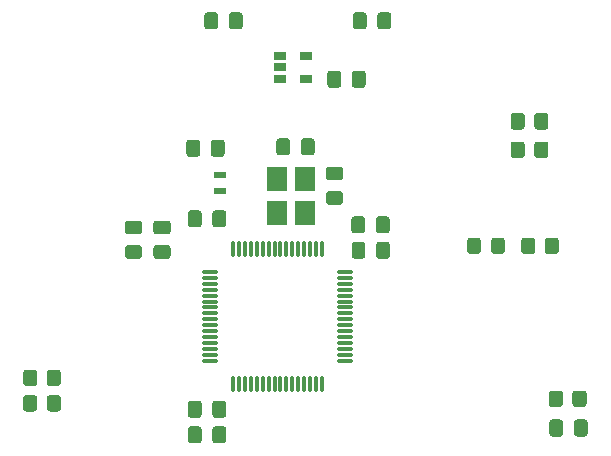
<source format=gtp>
G04 #@! TF.GenerationSoftware,KiCad,Pcbnew,(5.1.8)-1*
G04 #@! TF.CreationDate,2021-07-24T22:41:55-07:00*
G04 #@! TF.ProjectId,MSP430 Breakout,4d535034-3330-4204-9272-65616b6f7574,rev?*
G04 #@! TF.SameCoordinates,Original*
G04 #@! TF.FileFunction,Paste,Top*
G04 #@! TF.FilePolarity,Positive*
%FSLAX46Y46*%
G04 Gerber Fmt 4.6, Leading zero omitted, Abs format (unit mm)*
G04 Created by KiCad (PCBNEW (5.1.8)-1) date 2021-07-24 22:41:55*
%MOMM*%
%LPD*%
G01*
G04 APERTURE LIST*
%ADD10O,0.299999X1.450000*%
%ADD11O,1.450000X0.299999*%
%ADD12R,1.060000X0.650000*%
%ADD13R,1.800000X2.100000*%
%ADD14R,1.100000X0.600000*%
G04 APERTURE END LIST*
G36*
G01*
X155034000Y-76004000D02*
X154084000Y-76004000D01*
G75*
G02*
X153834000Y-75754000I0J250000D01*
G01*
X153834000Y-75079000D01*
G75*
G02*
X154084000Y-74829000I250000J0D01*
G01*
X155034000Y-74829000D01*
G75*
G02*
X155284000Y-75079000I0J-250000D01*
G01*
X155284000Y-75754000D01*
G75*
G02*
X155034000Y-76004000I-250000J0D01*
G01*
G37*
G36*
G01*
X155034000Y-78079000D02*
X154084000Y-78079000D01*
G75*
G02*
X153834000Y-77829000I0J250000D01*
G01*
X153834000Y-77154000D01*
G75*
G02*
X154084000Y-76904000I250000J0D01*
G01*
X155034000Y-76904000D01*
G75*
G02*
X155284000Y-77154000I0J-250000D01*
G01*
X155284000Y-77829000D01*
G75*
G02*
X155034000Y-78079000I-250000J0D01*
G01*
G37*
D10*
X145983000Y-81778000D03*
X146482999Y-81778000D03*
X146983000Y-81778000D03*
X147482999Y-81778000D03*
X147983001Y-81778000D03*
X148483000Y-81778000D03*
X148982999Y-81778000D03*
X149483000Y-81778000D03*
X149983000Y-81778000D03*
X150483001Y-81778000D03*
X150983000Y-81778000D03*
X151482999Y-81778000D03*
X151983001Y-81778000D03*
X152483000Y-81778000D03*
X152983001Y-81778000D03*
X153483000Y-81778000D03*
D11*
X155458000Y-83753000D03*
X155458000Y-84252999D03*
X155458000Y-84753000D03*
X155458000Y-85252999D03*
X155458000Y-85753001D03*
X155458000Y-86253000D03*
X155458000Y-86752999D03*
X155458000Y-87253000D03*
X155458000Y-87753000D03*
X155458000Y-88253001D03*
X155458000Y-88753000D03*
X155458000Y-89252999D03*
X155458000Y-89753001D03*
X155458000Y-90253000D03*
X155458000Y-90753001D03*
X155458000Y-91253000D03*
D10*
X153483000Y-93228000D03*
X152983001Y-93228000D03*
X152483000Y-93228000D03*
X151983001Y-93228000D03*
X151482999Y-93228000D03*
X150983000Y-93228000D03*
X150483001Y-93228000D03*
X149983000Y-93228000D03*
X149483000Y-93228000D03*
X148982999Y-93228000D03*
X148483000Y-93228000D03*
X147983001Y-93228000D03*
X147482999Y-93228000D03*
X146983000Y-93228000D03*
X146482999Y-93228000D03*
X145983000Y-93228000D03*
D11*
X144008000Y-91253000D03*
X144008000Y-90753001D03*
X144008000Y-90253000D03*
X144008000Y-89753001D03*
X144008000Y-89252999D03*
X144008000Y-88753000D03*
X144008000Y-88253001D03*
X144008000Y-87753000D03*
X144008000Y-87253000D03*
X144008000Y-86752999D03*
X144008000Y-86253000D03*
X144008000Y-85753001D03*
X144008000Y-85252999D03*
X144008000Y-84753000D03*
X144008000Y-84252999D03*
X144008000Y-83753000D03*
G36*
G01*
X142012000Y-73754000D02*
X142012000Y-72804000D01*
G75*
G02*
X142262000Y-72554000I250000J0D01*
G01*
X142937000Y-72554000D01*
G75*
G02*
X143187000Y-72804000I0J-250000D01*
G01*
X143187000Y-73754000D01*
G75*
G02*
X142937000Y-74004000I-250000J0D01*
G01*
X142262000Y-74004000D01*
G75*
G02*
X142012000Y-73754000I0J250000D01*
G01*
G37*
G36*
G01*
X144087000Y-73754000D02*
X144087000Y-72804000D01*
G75*
G02*
X144337000Y-72554000I250000J0D01*
G01*
X145012000Y-72554000D01*
G75*
G02*
X145262000Y-72804000I0J-250000D01*
G01*
X145262000Y-73754000D01*
G75*
G02*
X145012000Y-74004000I-250000J0D01*
G01*
X144337000Y-74004000D01*
G75*
G02*
X144087000Y-73754000I0J250000D01*
G01*
G37*
G36*
G01*
X144214000Y-79723000D02*
X144214000Y-78773000D01*
G75*
G02*
X144464000Y-78523000I250000J0D01*
G01*
X145139000Y-78523000D01*
G75*
G02*
X145389000Y-78773000I0J-250000D01*
G01*
X145389000Y-79723000D01*
G75*
G02*
X145139000Y-79973000I-250000J0D01*
G01*
X144464000Y-79973000D01*
G75*
G02*
X144214000Y-79723000I0J250000D01*
G01*
G37*
G36*
G01*
X142139000Y-79723000D02*
X142139000Y-78773000D01*
G75*
G02*
X142389000Y-78523000I250000J0D01*
G01*
X143064000Y-78523000D01*
G75*
G02*
X143314000Y-78773000I0J-250000D01*
G01*
X143314000Y-79723000D01*
G75*
G02*
X143064000Y-79973000I-250000J0D01*
G01*
X142389000Y-79973000D01*
G75*
G02*
X142139000Y-79723000I0J250000D01*
G01*
G37*
G36*
G01*
X138016000Y-80576000D02*
X137066000Y-80576000D01*
G75*
G02*
X136816000Y-80326000I0J250000D01*
G01*
X136816000Y-79651000D01*
G75*
G02*
X137066000Y-79401000I250000J0D01*
G01*
X138016000Y-79401000D01*
G75*
G02*
X138266000Y-79651000I0J-250000D01*
G01*
X138266000Y-80326000D01*
G75*
G02*
X138016000Y-80576000I-250000J0D01*
G01*
G37*
G36*
G01*
X138016000Y-82651000D02*
X137066000Y-82651000D01*
G75*
G02*
X136816000Y-82401000I0J250000D01*
G01*
X136816000Y-81726000D01*
G75*
G02*
X137066000Y-81476000I250000J0D01*
G01*
X138016000Y-81476000D01*
G75*
G02*
X138266000Y-81726000I0J-250000D01*
G01*
X138266000Y-82401000D01*
G75*
G02*
X138016000Y-82651000I-250000J0D01*
G01*
G37*
G36*
G01*
X157157000Y-79281000D02*
X157157000Y-80231000D01*
G75*
G02*
X156907000Y-80481000I-250000J0D01*
G01*
X156232000Y-80481000D01*
G75*
G02*
X155982000Y-80231000I0J250000D01*
G01*
X155982000Y-79281000D01*
G75*
G02*
X156232000Y-79031000I250000J0D01*
G01*
X156907000Y-79031000D01*
G75*
G02*
X157157000Y-79281000I0J-250000D01*
G01*
G37*
G36*
G01*
X159232000Y-79281000D02*
X159232000Y-80231000D01*
G75*
G02*
X158982000Y-80481000I-250000J0D01*
G01*
X158307000Y-80481000D01*
G75*
G02*
X158057000Y-80231000I0J250000D01*
G01*
X158057000Y-79281000D01*
G75*
G02*
X158307000Y-79031000I250000J0D01*
G01*
X158982000Y-79031000D01*
G75*
G02*
X159232000Y-79281000I0J-250000D01*
G01*
G37*
G36*
G01*
X144214000Y-98011000D02*
X144214000Y-97061000D01*
G75*
G02*
X144464000Y-96811000I250000J0D01*
G01*
X145139000Y-96811000D01*
G75*
G02*
X145389000Y-97061000I0J-250000D01*
G01*
X145389000Y-98011000D01*
G75*
G02*
X145139000Y-98261000I-250000J0D01*
G01*
X144464000Y-98261000D01*
G75*
G02*
X144214000Y-98011000I0J250000D01*
G01*
G37*
G36*
G01*
X142139000Y-98011000D02*
X142139000Y-97061000D01*
G75*
G02*
X142389000Y-96811000I250000J0D01*
G01*
X143064000Y-96811000D01*
G75*
G02*
X143314000Y-97061000I0J-250000D01*
G01*
X143314000Y-98011000D01*
G75*
G02*
X143064000Y-98261000I-250000J0D01*
G01*
X142389000Y-98261000D01*
G75*
G02*
X142139000Y-98011000I0J250000D01*
G01*
G37*
G36*
G01*
X149632000Y-73627000D02*
X149632000Y-72677000D01*
G75*
G02*
X149882000Y-72427000I250000J0D01*
G01*
X150557000Y-72427000D01*
G75*
G02*
X150807000Y-72677000I0J-250000D01*
G01*
X150807000Y-73627000D01*
G75*
G02*
X150557000Y-73877000I-250000J0D01*
G01*
X149882000Y-73877000D01*
G75*
G02*
X149632000Y-73627000I0J250000D01*
G01*
G37*
G36*
G01*
X151707000Y-73627000D02*
X151707000Y-72677000D01*
G75*
G02*
X151957000Y-72427000I250000J0D01*
G01*
X152632000Y-72427000D01*
G75*
G02*
X152882000Y-72677000I0J-250000D01*
G01*
X152882000Y-73627000D01*
G75*
G02*
X152632000Y-73877000I-250000J0D01*
G01*
X151957000Y-73877000D01*
G75*
G02*
X151707000Y-73627000I0J250000D01*
G01*
G37*
G36*
G01*
X140429000Y-82651000D02*
X139479000Y-82651000D01*
G75*
G02*
X139229000Y-82401000I0J250000D01*
G01*
X139229000Y-81726000D01*
G75*
G02*
X139479000Y-81476000I250000J0D01*
G01*
X140429000Y-81476000D01*
G75*
G02*
X140679000Y-81726000I0J-250000D01*
G01*
X140679000Y-82401000D01*
G75*
G02*
X140429000Y-82651000I-250000J0D01*
G01*
G37*
G36*
G01*
X140429000Y-80576000D02*
X139479000Y-80576000D01*
G75*
G02*
X139229000Y-80326000I0J250000D01*
G01*
X139229000Y-79651000D01*
G75*
G02*
X139479000Y-79401000I250000J0D01*
G01*
X140429000Y-79401000D01*
G75*
G02*
X140679000Y-79651000I0J-250000D01*
G01*
X140679000Y-80326000D01*
G75*
G02*
X140429000Y-80576000I-250000J0D01*
G01*
G37*
G36*
G01*
X159253500Y-81440000D02*
X159253500Y-82390000D01*
G75*
G02*
X159003500Y-82640000I-250000J0D01*
G01*
X158328500Y-82640000D01*
G75*
G02*
X158078500Y-82390000I0J250000D01*
G01*
X158078500Y-81440000D01*
G75*
G02*
X158328500Y-81190000I250000J0D01*
G01*
X159003500Y-81190000D01*
G75*
G02*
X159253500Y-81440000I0J-250000D01*
G01*
G37*
G36*
G01*
X157178500Y-81440000D02*
X157178500Y-82390000D01*
G75*
G02*
X156928500Y-82640000I-250000J0D01*
G01*
X156253500Y-82640000D01*
G75*
G02*
X156003500Y-82390000I0J250000D01*
G01*
X156003500Y-81440000D01*
G75*
G02*
X156253500Y-81190000I250000J0D01*
G01*
X156928500Y-81190000D01*
G75*
G02*
X157178500Y-81440000I0J-250000D01*
G01*
G37*
G36*
G01*
X142139000Y-95852000D02*
X142139000Y-94902000D01*
G75*
G02*
X142389000Y-94652000I250000J0D01*
G01*
X143064000Y-94652000D01*
G75*
G02*
X143314000Y-94902000I0J-250000D01*
G01*
X143314000Y-95852000D01*
G75*
G02*
X143064000Y-96102000I-250000J0D01*
G01*
X142389000Y-96102000D01*
G75*
G02*
X142139000Y-95852000I0J250000D01*
G01*
G37*
G36*
G01*
X144214000Y-95852000D02*
X144214000Y-94902000D01*
G75*
G02*
X144464000Y-94652000I250000J0D01*
G01*
X145139000Y-94652000D01*
G75*
G02*
X145389000Y-94902000I0J-250000D01*
G01*
X145389000Y-95852000D01*
G75*
G02*
X145139000Y-96102000I-250000J0D01*
G01*
X144464000Y-96102000D01*
G75*
G02*
X144214000Y-95852000I0J250000D01*
G01*
G37*
G36*
G01*
X145611000Y-62959000D02*
X145611000Y-62009000D01*
G75*
G02*
X145861000Y-61759000I250000J0D01*
G01*
X146536000Y-61759000D01*
G75*
G02*
X146786000Y-62009000I0J-250000D01*
G01*
X146786000Y-62959000D01*
G75*
G02*
X146536000Y-63209000I-250000J0D01*
G01*
X145861000Y-63209000D01*
G75*
G02*
X145611000Y-62959000I0J250000D01*
G01*
G37*
G36*
G01*
X143536000Y-62959000D02*
X143536000Y-62009000D01*
G75*
G02*
X143786000Y-61759000I250000J0D01*
G01*
X144461000Y-61759000D01*
G75*
G02*
X144711000Y-62009000I0J-250000D01*
G01*
X144711000Y-62959000D01*
G75*
G02*
X144461000Y-63209000I-250000J0D01*
G01*
X143786000Y-63209000D01*
G75*
G02*
X143536000Y-62959000I0J250000D01*
G01*
G37*
G36*
G01*
X172746000Y-97439500D02*
X172746000Y-96489500D01*
G75*
G02*
X172996000Y-96239500I250000J0D01*
G01*
X173671000Y-96239500D01*
G75*
G02*
X173921000Y-96489500I0J-250000D01*
G01*
X173921000Y-97439500D01*
G75*
G02*
X173671000Y-97689500I-250000J0D01*
G01*
X172996000Y-97689500D01*
G75*
G02*
X172746000Y-97439500I0J250000D01*
G01*
G37*
G36*
G01*
X174821000Y-97439500D02*
X174821000Y-96489500D01*
G75*
G02*
X175071000Y-96239500I250000J0D01*
G01*
X175746000Y-96239500D01*
G75*
G02*
X175996000Y-96489500I0J-250000D01*
G01*
X175996000Y-97439500D01*
G75*
G02*
X175746000Y-97689500I-250000J0D01*
G01*
X175071000Y-97689500D01*
G75*
G02*
X174821000Y-97439500I0J250000D01*
G01*
G37*
G36*
G01*
X156109000Y-62959000D02*
X156109000Y-62009000D01*
G75*
G02*
X156359000Y-61759000I250000J0D01*
G01*
X157034000Y-61759000D01*
G75*
G02*
X157284000Y-62009000I0J-250000D01*
G01*
X157284000Y-62959000D01*
G75*
G02*
X157034000Y-63209000I-250000J0D01*
G01*
X156359000Y-63209000D01*
G75*
G02*
X156109000Y-62959000I0J250000D01*
G01*
G37*
G36*
G01*
X158184000Y-62959000D02*
X158184000Y-62009000D01*
G75*
G02*
X158434000Y-61759000I250000J0D01*
G01*
X159109000Y-61759000D01*
G75*
G02*
X159359000Y-62009000I0J-250000D01*
G01*
X159359000Y-62959000D01*
G75*
G02*
X159109000Y-63209000I-250000J0D01*
G01*
X158434000Y-63209000D01*
G75*
G02*
X158184000Y-62959000I0J250000D01*
G01*
G37*
G36*
G01*
X156025000Y-67912000D02*
X156025000Y-66962000D01*
G75*
G02*
X156275000Y-66712000I250000J0D01*
G01*
X156950000Y-66712000D01*
G75*
G02*
X157200000Y-66962000I0J-250000D01*
G01*
X157200000Y-67912000D01*
G75*
G02*
X156950000Y-68162000I-250000J0D01*
G01*
X156275000Y-68162000D01*
G75*
G02*
X156025000Y-67912000I0J250000D01*
G01*
G37*
G36*
G01*
X153950000Y-67912000D02*
X153950000Y-66962000D01*
G75*
G02*
X154200000Y-66712000I250000J0D01*
G01*
X154875000Y-66712000D01*
G75*
G02*
X155125000Y-66962000I0J-250000D01*
G01*
X155125000Y-67912000D01*
G75*
G02*
X154875000Y-68162000I-250000J0D01*
G01*
X154200000Y-68162000D01*
G75*
G02*
X153950000Y-67912000I0J250000D01*
G01*
G37*
G36*
G01*
X169469000Y-73856001D02*
X169469000Y-72955999D01*
G75*
G02*
X169718999Y-72706000I249999J0D01*
G01*
X170419001Y-72706000D01*
G75*
G02*
X170669000Y-72955999I0J-249999D01*
G01*
X170669000Y-73856001D01*
G75*
G02*
X170419001Y-74106000I-249999J0D01*
G01*
X169718999Y-74106000D01*
G75*
G02*
X169469000Y-73856001I0J249999D01*
G01*
G37*
G36*
G01*
X171469000Y-73856001D02*
X171469000Y-72955999D01*
G75*
G02*
X171718999Y-72706000I249999J0D01*
G01*
X172419001Y-72706000D01*
G75*
G02*
X172669000Y-72955999I0J-249999D01*
G01*
X172669000Y-73856001D01*
G75*
G02*
X172419001Y-74106000I-249999J0D01*
G01*
X171718999Y-74106000D01*
G75*
G02*
X171469000Y-73856001I0J249999D01*
G01*
G37*
G36*
G01*
X171469000Y-71443001D02*
X171469000Y-70542999D01*
G75*
G02*
X171718999Y-70293000I249999J0D01*
G01*
X172419001Y-70293000D01*
G75*
G02*
X172669000Y-70542999I0J-249999D01*
G01*
X172669000Y-71443001D01*
G75*
G02*
X172419001Y-71693000I-249999J0D01*
G01*
X171718999Y-71693000D01*
G75*
G02*
X171469000Y-71443001I0J249999D01*
G01*
G37*
G36*
G01*
X169469000Y-71443001D02*
X169469000Y-70542999D01*
G75*
G02*
X169718999Y-70293000I249999J0D01*
G01*
X170419001Y-70293000D01*
G75*
G02*
X170669000Y-70542999I0J-249999D01*
G01*
X170669000Y-71443001D01*
G75*
G02*
X170419001Y-71693000I-249999J0D01*
G01*
X169718999Y-71693000D01*
G75*
G02*
X169469000Y-71443001I0J249999D01*
G01*
G37*
G36*
G01*
X130194000Y-93160001D02*
X130194000Y-92259999D01*
G75*
G02*
X130443999Y-92010000I249999J0D01*
G01*
X131144001Y-92010000D01*
G75*
G02*
X131394000Y-92259999I0J-249999D01*
G01*
X131394000Y-93160001D01*
G75*
G02*
X131144001Y-93410000I-249999J0D01*
G01*
X130443999Y-93410000D01*
G75*
G02*
X130194000Y-93160001I0J249999D01*
G01*
G37*
G36*
G01*
X128194000Y-93160001D02*
X128194000Y-92259999D01*
G75*
G02*
X128443999Y-92010000I249999J0D01*
G01*
X129144001Y-92010000D01*
G75*
G02*
X129394000Y-92259999I0J-249999D01*
G01*
X129394000Y-93160001D01*
G75*
G02*
X129144001Y-93410000I-249999J0D01*
G01*
X128443999Y-93410000D01*
G75*
G02*
X128194000Y-93160001I0J249999D01*
G01*
G37*
G36*
G01*
X128194000Y-95319001D02*
X128194000Y-94418999D01*
G75*
G02*
X128443999Y-94169000I249999J0D01*
G01*
X129144001Y-94169000D01*
G75*
G02*
X129394000Y-94418999I0J-249999D01*
G01*
X129394000Y-95319001D01*
G75*
G02*
X129144001Y-95569000I-249999J0D01*
G01*
X128443999Y-95569000D01*
G75*
G02*
X128194000Y-95319001I0J249999D01*
G01*
G37*
G36*
G01*
X130194000Y-95319001D02*
X130194000Y-94418999D01*
G75*
G02*
X130443999Y-94169000I249999J0D01*
G01*
X131144001Y-94169000D01*
G75*
G02*
X131394000Y-94418999I0J-249999D01*
G01*
X131394000Y-95319001D01*
G75*
G02*
X131144001Y-95569000I-249999J0D01*
G01*
X130443999Y-95569000D01*
G75*
G02*
X130194000Y-95319001I0J249999D01*
G01*
G37*
G36*
G01*
X175907500Y-94037999D02*
X175907500Y-94938001D01*
G75*
G02*
X175657501Y-95188000I-249999J0D01*
G01*
X174957499Y-95188000D01*
G75*
G02*
X174707500Y-94938001I0J249999D01*
G01*
X174707500Y-94037999D01*
G75*
G02*
X174957499Y-93788000I249999J0D01*
G01*
X175657501Y-93788000D01*
G75*
G02*
X175907500Y-94037999I0J-249999D01*
G01*
G37*
G36*
G01*
X173907500Y-94037999D02*
X173907500Y-94938001D01*
G75*
G02*
X173657501Y-95188000I-249999J0D01*
G01*
X172957499Y-95188000D01*
G75*
G02*
X172707500Y-94938001I0J249999D01*
G01*
X172707500Y-94037999D01*
G75*
G02*
X172957499Y-93788000I249999J0D01*
G01*
X173657501Y-93788000D01*
G75*
G02*
X173907500Y-94037999I0J-249999D01*
G01*
G37*
G36*
G01*
X172358000Y-81984001D02*
X172358000Y-81083999D01*
G75*
G02*
X172607999Y-80834000I249999J0D01*
G01*
X173308001Y-80834000D01*
G75*
G02*
X173558000Y-81083999I0J-249999D01*
G01*
X173558000Y-81984001D01*
G75*
G02*
X173308001Y-82234000I-249999J0D01*
G01*
X172607999Y-82234000D01*
G75*
G02*
X172358000Y-81984001I0J249999D01*
G01*
G37*
G36*
G01*
X170358000Y-81984001D02*
X170358000Y-81083999D01*
G75*
G02*
X170607999Y-80834000I249999J0D01*
G01*
X171308001Y-80834000D01*
G75*
G02*
X171558000Y-81083999I0J-249999D01*
G01*
X171558000Y-81984001D01*
G75*
G02*
X171308001Y-82234000I-249999J0D01*
G01*
X170607999Y-82234000D01*
G75*
G02*
X170358000Y-81984001I0J249999D01*
G01*
G37*
D12*
X149903000Y-65471000D03*
X149903000Y-66421000D03*
X149903000Y-67371000D03*
X152103000Y-67371000D03*
X152103000Y-65471000D03*
D13*
X152026000Y-78793000D03*
X152026000Y-75893000D03*
X149726000Y-75893000D03*
X149726000Y-78793000D03*
G36*
G01*
X168986000Y-81083999D02*
X168986000Y-81984001D01*
G75*
G02*
X168736001Y-82234000I-249999J0D01*
G01*
X168085999Y-82234000D01*
G75*
G02*
X167836000Y-81984001I0J249999D01*
G01*
X167836000Y-81083999D01*
G75*
G02*
X168085999Y-80834000I249999J0D01*
G01*
X168736001Y-80834000D01*
G75*
G02*
X168986000Y-81083999I0J-249999D01*
G01*
G37*
G36*
G01*
X166936000Y-81083999D02*
X166936000Y-81984001D01*
G75*
G02*
X166686001Y-82234000I-249999J0D01*
G01*
X166035999Y-82234000D01*
G75*
G02*
X165786000Y-81984001I0J249999D01*
G01*
X165786000Y-81083999D01*
G75*
G02*
X166035999Y-80834000I249999J0D01*
G01*
X166686001Y-80834000D01*
G75*
G02*
X166936000Y-81083999I0J-249999D01*
G01*
G37*
D14*
X144843500Y-76900000D03*
X144843500Y-75500000D03*
M02*

</source>
